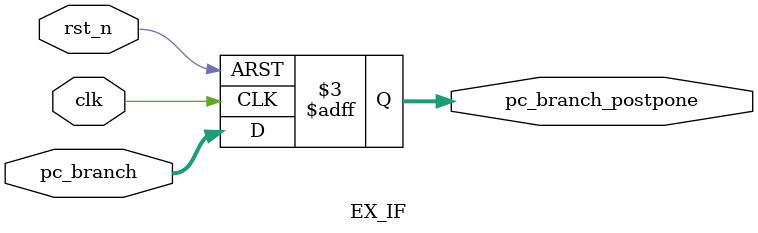
<source format=v>
module EX_IF (
    input wire clk,
    input wire rst_n,
    input wire [31:0] pc_branch,
    output reg [31:0] pc_branch_postpone
);
//延迟一个周期的跳转
    always @(posedge clk or negedge rst_n) 
    begin
        if(~rst_n)
        pc_branch_postpone <= 0;
        else
        pc_branch_postpone <= pc_branch;
    end
endmodule
</source>
